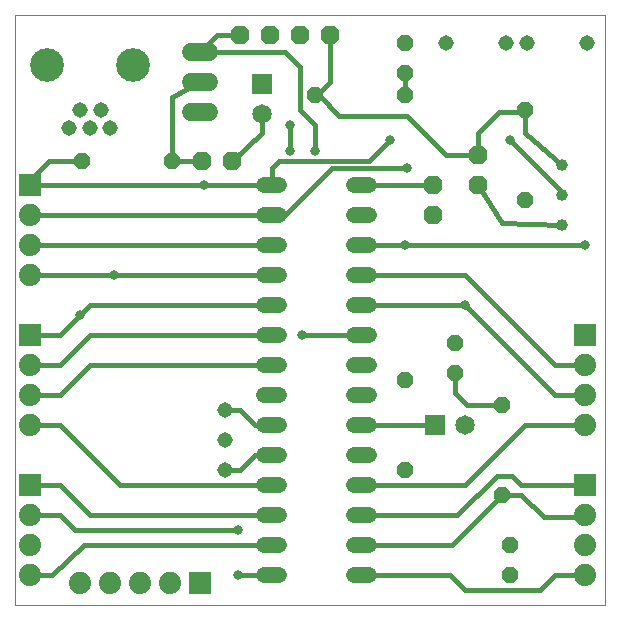
<source format=gtl>
G75*
G70*
%OFA0B0*%
%FSLAX24Y24*%
%IPPOS*%
%LPD*%
%AMOC8*
5,1,8,0,0,1.08239X$1,22.5*
%
%ADD10C,0.0000*%
%ADD11C,0.0520*%
%ADD12OC8,0.0520*%
%ADD13OC8,0.0630*%
%ADD14R,0.0650X0.0650*%
%ADD15C,0.0650*%
%ADD16R,0.0740X0.0740*%
%ADD17C,0.0740*%
%ADD18C,0.0600*%
%ADD19C,0.0515*%
%ADD20C,0.1122*%
%ADD21C,0.0397*%
%ADD22C,0.0160*%
%ADD23C,0.0317*%
D10*
X000181Y000312D02*
X000181Y019997D01*
X019866Y019997D01*
X019866Y000312D01*
X000181Y000312D01*
D11*
X008484Y001312D02*
X009004Y001312D01*
X009004Y002312D02*
X008484Y002312D01*
X008484Y003312D02*
X009004Y003312D01*
X009004Y004312D02*
X008484Y004312D01*
X008484Y005312D02*
X009004Y005312D01*
X009004Y006312D02*
X008484Y006312D01*
X008484Y007312D02*
X009004Y007312D01*
X009004Y008312D02*
X008484Y008312D01*
X008484Y009312D02*
X009004Y009312D01*
X009004Y010312D02*
X008484Y010312D01*
X008484Y011312D02*
X009004Y011312D01*
X009004Y012312D02*
X008484Y012312D01*
X008484Y013312D02*
X009004Y013312D01*
X009004Y014312D02*
X008484Y014312D01*
X011484Y014312D02*
X012004Y014312D01*
X012004Y013312D02*
X011484Y013312D01*
X011484Y012312D02*
X012004Y012312D01*
X012004Y011312D02*
X011484Y011312D01*
X011484Y010312D02*
X012004Y010312D01*
X012004Y009312D02*
X011484Y009312D01*
X011484Y008312D02*
X012004Y008312D01*
X012004Y007312D02*
X011484Y007312D01*
X011484Y006312D02*
X012004Y006312D01*
X012004Y005312D02*
X011484Y005312D01*
X011484Y004312D02*
X012004Y004312D01*
X012004Y003312D02*
X011484Y003312D01*
X011484Y002312D02*
X012004Y002312D01*
X012004Y001312D02*
X011484Y001312D01*
D12*
X013181Y004812D03*
X013181Y007812D03*
X014869Y008062D03*
X014869Y009062D03*
X016431Y007000D03*
X016431Y004000D03*
X016681Y002312D03*
X016681Y001312D03*
X017181Y013812D03*
X017181Y016812D03*
X013181Y017312D03*
X013181Y018062D03*
X013181Y019062D03*
X010181Y017312D03*
X005431Y015125D03*
X002431Y015125D03*
D13*
X006431Y015125D03*
X007431Y015125D03*
X007681Y019312D03*
X008681Y019312D03*
X009681Y019312D03*
X010681Y019312D03*
X015619Y015312D03*
X015619Y014312D03*
X014119Y014312D03*
X014119Y013312D03*
D14*
X008431Y017687D03*
X014181Y006312D03*
D15*
X015181Y006312D03*
X008431Y016687D03*
D16*
X000681Y014312D03*
X000681Y009312D03*
X000681Y004312D03*
X006369Y001062D03*
X019181Y004312D03*
X019181Y009312D03*
D17*
X019181Y008312D03*
X019181Y007312D03*
X019181Y006312D03*
X019181Y003312D03*
X019181Y002312D03*
X019181Y001312D03*
X005369Y001062D03*
X004369Y001062D03*
X003369Y001062D03*
X002369Y001062D03*
X000681Y001312D03*
X000681Y002312D03*
X000681Y003312D03*
X000681Y006312D03*
X000681Y007312D03*
X000681Y008312D03*
X000681Y011312D03*
X000681Y012312D03*
X000681Y013312D03*
D18*
X006069Y016750D02*
X006669Y016750D01*
X006669Y017750D02*
X006069Y017750D01*
X006069Y018750D02*
X006669Y018750D01*
D19*
X003351Y016212D03*
X002681Y016212D03*
X002351Y016832D03*
X001981Y016212D03*
X003041Y016832D03*
X007181Y006812D03*
X007181Y005812D03*
X007181Y004812D03*
X014556Y019062D03*
X016556Y019062D03*
X017244Y019062D03*
X019244Y019062D03*
D20*
X004118Y018312D03*
X001244Y018312D03*
D21*
X018431Y015000D03*
X018431Y014000D03*
X018431Y013000D03*
D22*
X016431Y013062D01*
X015619Y014312D01*
X015619Y015312D02*
X014556Y015312D01*
X013244Y016625D01*
X010994Y016625D01*
X010306Y017312D01*
X010181Y017312D01*
X010244Y017312D01*
X010681Y017750D01*
X010681Y019312D01*
X009681Y018250D02*
X009681Y016812D01*
X010181Y016312D01*
X010181Y015437D01*
X010744Y014875D02*
X009181Y013312D01*
X008744Y013312D01*
X000681Y013312D01*
X000681Y012312D02*
X008744Y012312D01*
X008744Y011312D02*
X003494Y011312D01*
X000681Y011312D01*
X002369Y010000D02*
X001681Y009312D01*
X000681Y009312D01*
X000681Y008312D02*
X001681Y008312D01*
X002681Y009312D01*
X008744Y009312D01*
X009744Y009312D02*
X011744Y009312D01*
X011744Y010312D02*
X015181Y010312D01*
X018181Y007312D01*
X019181Y007312D01*
X019181Y006312D02*
X017181Y006312D01*
X015181Y004312D01*
X011744Y004312D01*
X011744Y003312D02*
X014931Y003312D01*
X016244Y004625D01*
X016744Y004625D01*
X017056Y004312D01*
X019181Y004312D01*
X019181Y003312D02*
X019119Y003250D01*
X017806Y003250D01*
X017056Y004000D01*
X016431Y004000D01*
X014744Y002312D01*
X011744Y002312D01*
X011744Y001312D02*
X014681Y001312D01*
X015181Y000812D01*
X017681Y000812D01*
X018181Y001312D01*
X019181Y001312D01*
X014181Y006312D02*
X011744Y006312D01*
X008744Y006312D02*
X008181Y006312D01*
X007681Y006812D01*
X007181Y006812D01*
X008181Y005312D02*
X008744Y005312D01*
X008181Y005312D02*
X007681Y004812D01*
X007181Y004812D01*
X008744Y004312D02*
X003681Y004312D01*
X001681Y006312D01*
X000681Y006312D01*
X000681Y007312D02*
X001681Y007312D01*
X002681Y008312D01*
X008681Y008312D01*
X008744Y010312D02*
X002681Y010312D01*
X002369Y010000D01*
X000681Y014312D02*
X006494Y014312D01*
X008744Y014312D01*
X008744Y014812D01*
X008744Y014875D01*
X008994Y015125D01*
X011994Y015125D01*
X012681Y015812D01*
X013244Y014875D02*
X010744Y014875D01*
X011744Y014312D02*
X014119Y014312D01*
X015619Y015312D02*
X015619Y016062D01*
X016306Y016750D01*
X017119Y016750D01*
X017181Y016812D01*
X017181Y016062D01*
X018431Y015000D01*
X018391Y014103D02*
X016681Y015812D01*
X015681Y015312D02*
X015619Y015312D01*
X013181Y017312D02*
X013181Y018062D01*
X013181Y018062D01*
X009681Y018250D02*
X009181Y018750D01*
X006369Y018750D01*
X006931Y019312D01*
X007681Y019312D01*
X006369Y017750D02*
X005431Y017250D01*
X005431Y015125D01*
X006431Y015125D01*
X007431Y015125D02*
X008431Y016062D01*
X008431Y016687D01*
X009369Y016312D02*
X009369Y015437D01*
X008744Y014812D02*
X008744Y014812D01*
X011744Y012312D02*
X013181Y012312D01*
X019181Y012312D01*
X018431Y014000D02*
X018391Y014103D01*
X015181Y011312D02*
X018181Y008312D01*
X019181Y008312D01*
X016431Y007000D02*
X015244Y007000D01*
X014869Y007375D01*
X014869Y008062D01*
X015181Y011312D02*
X011744Y011312D01*
X008744Y003312D02*
X002681Y003312D01*
X001681Y004312D01*
X000681Y004312D01*
X000681Y003312D02*
X001681Y003312D01*
X002181Y002812D01*
X007619Y002812D01*
X008744Y002312D02*
X002494Y002312D01*
X001431Y001312D01*
X000681Y001312D01*
X007619Y001312D02*
X008744Y001312D01*
X000681Y014312D02*
X000681Y014500D01*
X001306Y015125D01*
X002431Y015125D01*
X002431Y015125D01*
D23*
X003494Y011312D03*
X002369Y010000D03*
X006494Y014312D03*
X009369Y015437D03*
X010181Y015437D03*
X009369Y016312D03*
X012681Y015812D03*
X013244Y014875D03*
X013181Y012312D03*
X015181Y010312D03*
X019181Y012312D03*
X016681Y015812D03*
X009744Y009312D03*
X007619Y002812D03*
X007619Y001312D03*
M02*

</source>
